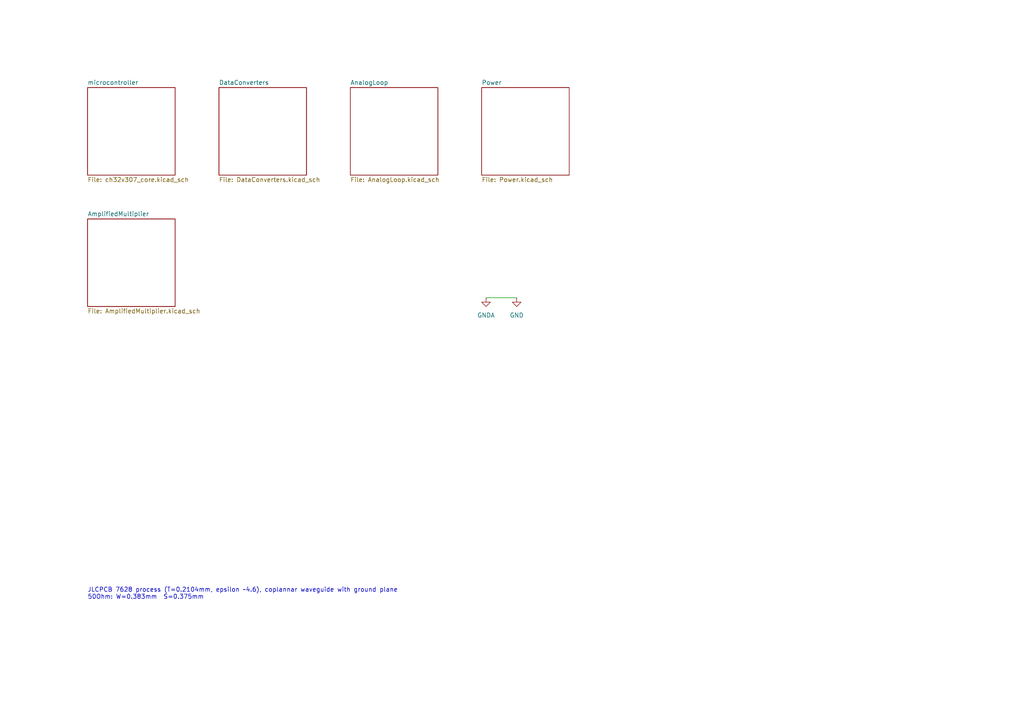
<source format=kicad_sch>
(kicad_sch (version 20211123) (generator eeschema)
  (paper "A4")
  (lib_symbols
    (symbol "power:GND" (power) (pin_names (offset 0))
      (property "Value" "GND" (at 0 -3.81 0))
      (symbol "GND_0_1"
        (polyline (pts (xy 0 0) (xy 0 -1.27) (xy 1.27 -1.27) (xy 0 -2.54) (xy -1.27 -1.27) (xy 0 -1.27)))
      )
      (symbol "GND_1_1"
        (pin power_in line (at 0 0 270) (length 0) hide (name "GND") (number "1"))
      )
    )
    (symbol "power:GNDA" (power) (pin_names (offset 0))
      (property "Value" "GNDA" (at 0 -3.81 0))
      (symbol "GNDA_0_1"
        (polyline (pts (xy 0 0) (xy 0 -1.27) (xy 1.27 -1.27) (xy 0 -2.54) (xy -1.27 -1.27) (xy 0 -1.27)))
      )
      (symbol "GNDA_1_1"
        (pin power_in line (at 0 0 270) (length 0) hide (name "GNDA") (number "1"))
      )
    )
  )
  (wire (pts (xy 149.86 86.36) (xy 140.97 86.36)))
  (text "\nJLCPCB 7628 process (T=0.2104mm, epsilon ~4.6), coplannar waveguide with ground plane\n50Ohm: W=0.383mm  S=0.375mm \n" (at 25.4 173.99 0) (effects (font (size 1.27 1.27)) (justify left bottom)))
  (symbol (lib_id "power:GND") (at 149.86 86.36 0) (unit 1)
    (property "Reference" "#PWR0206" (effects hide))
    (property "Value" "GND" (at 149.86 91.44 0))
  )
  (symbol (lib_id "power:GNDA") (at 140.97 86.36 0) (unit 1)
    (property "Reference" "#PWR0205" (effects hide))
    (property "Value" "GNDA" (at 140.97 91.44 0))
  )
  (sheet (at 25.4 25.4) (size 25.4 25.4) (stroke (width 0.1524))
    (property "Sheet name" "microcontroller" (at 25.4 24.6884 0) (effects (justify left bottom)))
    (property "Sheet file" "ch32v307_core.kicad_sch" (at 25.4 51.3846 0) (effects (justify left top)))
  )
  (sheet (at 139.7 25.4) (size 25.4 25.4) (stroke (width 0.1524))
    (property "Sheet name" "Power" (at 139.7 24.6884 0) (effects (justify left bottom)))
    (property "Sheet file" "Power.kicad_sch" (at 139.7 51.3846 0) (effects (justify left top)))
  )
  (sheet (at 63.5 25.4) (size 25.4 25.4) (stroke (width 0.1524))
    (property "Sheet name" "DataConverters" (at 63.5 24.6884 0) (effects (justify left bottom)))
    (property "Sheet file" "DataConverters.kicad_sch" (at 63.5 51.3846 0) (effects (justify left top)))
  )
  (sheet (at 25.4 63.5) (size 25.4 25.4) (stroke (width 0.1524))
    (property "Sheet name" "AmplifiedMultiplier" (at 25.4 62.7884 0) (effects (justify left bottom)))
    (property "Sheet file" "AmplifiedMultiplier.kicad_sch" (at 25.4 89.4846 0) (effects (justify left top)))
  )
  (sheet (at 101.6 25.4) (size 25.4 25.4) (stroke (width 0.1524))
    (property "Sheet name" "AnalogLoop" (at 101.6 24.6884 0) (effects (justify left bottom)))
    (property "Sheet file" "AnalogLoop.kicad_sch" (at 101.6 51.3846 0) (effects (justify left top)))
  )
)
</source>
